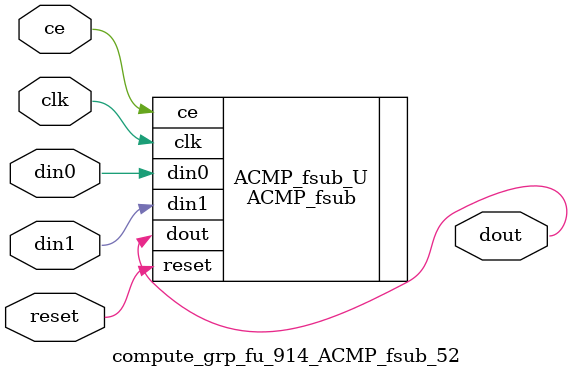
<source format=v>

`timescale 1 ns / 1 ps
module compute_grp_fu_914_ACMP_fsub_52(
    clk,
    reset,
    ce,
    din0,
    din1,
    dout);

parameter ID = 32'd1;
parameter NUM_STAGE = 32'd1;
parameter din0_WIDTH = 32'd1;
parameter din1_WIDTH = 32'd1;
parameter dout_WIDTH = 32'd1;
input clk;
input reset;
input ce;
input[din0_WIDTH - 1:0] din0;
input[din1_WIDTH - 1:0] din1;
output[dout_WIDTH - 1:0] dout;



ACMP_fsub #(
.ID( ID ),
.NUM_STAGE( 4 ),
.din0_WIDTH( din0_WIDTH ),
.din1_WIDTH( din1_WIDTH ),
.dout_WIDTH( dout_WIDTH ))
ACMP_fsub_U(
    .clk( clk ),
    .reset( reset ),
    .ce( ce ),
    .din0( din0 ),
    .din1( din1 ),
    .dout( dout ));

endmodule

</source>
